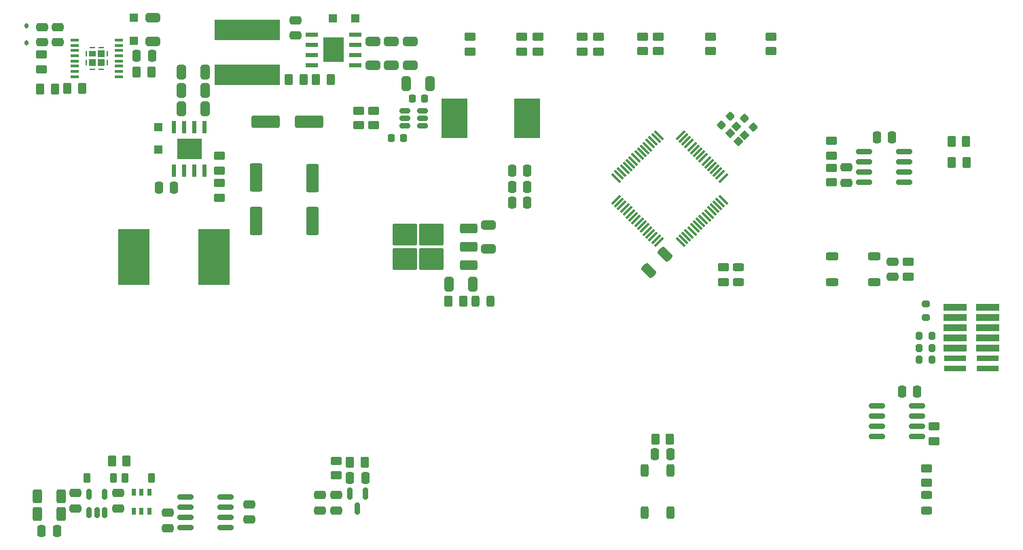
<source format=gtp>
G04 #@! TF.GenerationSoftware,KiCad,Pcbnew,8.0.7*
G04 #@! TF.CreationDate,2025-01-22T18:34:56+01:00*
G04 #@! TF.ProjectId,STM32_GateSignalGenerator,53544d33-325f-4476-9174-655369676e61,rev?*
G04 #@! TF.SameCoordinates,Original*
G04 #@! TF.FileFunction,Paste,Top*
G04 #@! TF.FilePolarity,Positive*
%FSLAX46Y46*%
G04 Gerber Fmt 4.6, Leading zero omitted, Abs format (unit mm)*
G04 Created by KiCad (PCBNEW 8.0.7) date 2025-01-22 18:34:56*
%MOMM*%
%LPD*%
G01*
G04 APERTURE LIST*
G04 Aperture macros list*
%AMRoundRect*
0 Rectangle with rounded corners*
0 $1 Rounding radius*
0 $2 $3 $4 $5 $6 $7 $8 $9 X,Y pos of 4 corners*
0 Add a 4 corners polygon primitive as box body*
4,1,4,$2,$3,$4,$5,$6,$7,$8,$9,$2,$3,0*
0 Add four circle primitives for the rounded corners*
1,1,$1+$1,$2,$3*
1,1,$1+$1,$4,$5*
1,1,$1+$1,$6,$7*
1,1,$1+$1,$8,$9*
0 Add four rect primitives between the rounded corners*
20,1,$1+$1,$2,$3,$4,$5,0*
20,1,$1+$1,$4,$5,$6,$7,0*
20,1,$1+$1,$6,$7,$8,$9,0*
20,1,$1+$1,$8,$9,$2,$3,0*%
G04 Aperture macros list end*
%ADD10C,0.010000*%
%ADD11RoundRect,0.112500X-0.112500X0.187500X-0.112500X-0.187500X0.112500X-0.187500X0.112500X0.187500X0*%
%ADD12RoundRect,0.250000X0.250000X0.475000X-0.250000X0.475000X-0.250000X-0.475000X0.250000X-0.475000X0*%
%ADD13RoundRect,0.102000X-0.492146X0.035355X0.035355X-0.492146X0.492146X-0.035355X-0.035355X0.492146X0*%
%ADD14RoundRect,0.225000X-0.225000X-0.375000X0.225000X-0.375000X0.225000X0.375000X-0.225000X0.375000X0*%
%ADD15RoundRect,0.250000X0.325000X0.650000X-0.325000X0.650000X-0.325000X-0.650000X0.325000X-0.650000X0*%
%ADD16RoundRect,0.250000X0.262500X0.450000X-0.262500X0.450000X-0.262500X-0.450000X0.262500X-0.450000X0*%
%ADD17R,8.200000X2.600000*%
%ADD18RoundRect,0.250000X0.229810X-0.689429X0.689429X-0.229810X-0.229810X0.689429X-0.689429X0.229810X0*%
%ADD19RoundRect,0.150000X-0.825000X-0.150000X0.825000X-0.150000X0.825000X0.150000X-0.825000X0.150000X0*%
%ADD20RoundRect,0.250000X-0.450000X0.262500X-0.450000X-0.262500X0.450000X-0.262500X0.450000X0.262500X0*%
%ADD21RoundRect,0.225000X-0.335876X-0.017678X-0.017678X-0.335876X0.335876X0.017678X0.017678X0.335876X0*%
%ADD22RoundRect,0.250000X0.450000X-0.262500X0.450000X0.262500X-0.450000X0.262500X-0.450000X-0.262500X0*%
%ADD23RoundRect,0.250000X0.312500X0.625000X-0.312500X0.625000X-0.312500X-0.625000X0.312500X-0.625000X0*%
%ADD24RoundRect,0.250000X-0.525000X-0.250000X0.525000X-0.250000X0.525000X0.250000X-0.525000X0.250000X0*%
%ADD25RoundRect,0.200000X-0.200000X-0.275000X0.200000X-0.275000X0.200000X0.275000X-0.200000X0.275000X0*%
%ADD26RoundRect,0.250000X-0.475000X0.250000X-0.475000X-0.250000X0.475000X-0.250000X0.475000X0.250000X0*%
%ADD27R,1.550000X0.600000*%
%ADD28R,2.600000X3.100000*%
%ADD29RoundRect,0.250000X-0.262500X-0.450000X0.262500X-0.450000X0.262500X0.450000X-0.262500X0.450000X0*%
%ADD30RoundRect,0.250000X0.550000X-1.500000X0.550000X1.500000X-0.550000X1.500000X-0.550000X-1.500000X0*%
%ADD31RoundRect,0.225000X0.225000X0.375000X-0.225000X0.375000X-0.225000X-0.375000X0.225000X-0.375000X0*%
%ADD32RoundRect,0.250000X-0.325000X-0.650000X0.325000X-0.650000X0.325000X0.650000X-0.325000X0.650000X0*%
%ADD33RoundRect,0.250000X0.475000X-0.250000X0.475000X0.250000X-0.475000X0.250000X-0.475000X-0.250000X0*%
%ADD34RoundRect,0.250000X0.650000X-0.325000X0.650000X0.325000X-0.650000X0.325000X-0.650000X-0.325000X0*%
%ADD35RoundRect,0.225000X-0.017678X0.335876X-0.335876X0.017678X0.017678X-0.335876X0.335876X-0.017678X0*%
%ADD36RoundRect,0.150000X0.150000X-0.512500X0.150000X0.512500X-0.150000X0.512500X-0.150000X-0.512500X0*%
%ADD37RoundRect,0.200000X-0.275000X0.200000X-0.275000X-0.200000X0.275000X-0.200000X0.275000X0.200000X0*%
%ADD38R,4.000000X7.000000*%
%ADD39RoundRect,0.150000X-0.150000X0.587500X-0.150000X-0.587500X0.150000X-0.587500X0.150000X0.587500X0*%
%ADD40RoundRect,0.250000X0.250000X-0.525000X0.250000X0.525000X-0.250000X0.525000X-0.250000X-0.525000X0*%
%ADD41RoundRect,0.250000X-0.300000X0.300000X-0.300000X-0.300000X0.300000X-0.300000X0.300000X0.300000X0*%
%ADD42RoundRect,0.250000X-1.500000X-0.550000X1.500000X-0.550000X1.500000X0.550000X-1.500000X0.550000X0*%
%ADD43RoundRect,0.075000X0.441942X0.548008X-0.548008X-0.441942X-0.441942X-0.548008X0.548008X0.441942X0*%
%ADD44RoundRect,0.075000X-0.441942X0.548008X-0.548008X0.441942X0.441942X-0.548008X0.548008X-0.441942X0*%
%ADD45RoundRect,0.250000X-0.250000X-0.475000X0.250000X-0.475000X0.250000X0.475000X-0.250000X0.475000X0*%
%ADD46RoundRect,0.243750X0.456250X-0.243750X0.456250X0.243750X-0.456250X0.243750X-0.456250X-0.243750X0*%
%ADD47RoundRect,0.243750X-0.456250X0.243750X-0.456250X-0.243750X0.456250X-0.243750X0.456250X0.243750X0*%
%ADD48RoundRect,0.250000X0.300000X-0.300000X0.300000X0.300000X-0.300000X0.300000X-0.300000X-0.300000X0*%
%ADD49R,3.175000X4.950000*%
%ADD50RoundRect,0.055000X-0.220000X-0.345000X0.220000X-0.345000X0.220000X0.345000X-0.220000X0.345000X0*%
%ADD51R,0.250000X0.800000*%
%ADD52R,0.800000X0.250000*%
%ADD53R,0.850000X0.800000*%
%ADD54R,0.850000X0.850000*%
%ADD55R,1.050000X0.450000*%
%ADD56R,2.790000X0.740000*%
%ADD57RoundRect,0.250000X0.300000X0.300000X-0.300000X0.300000X-0.300000X-0.300000X0.300000X-0.300000X0*%
%ADD58RoundRect,0.225000X0.225000X0.250000X-0.225000X0.250000X-0.225000X-0.250000X0.225000X-0.250000X0*%
%ADD59RoundRect,0.150000X0.512500X0.150000X-0.512500X0.150000X-0.512500X-0.150000X0.512500X-0.150000X0*%
%ADD60R,0.600000X1.550000*%
%ADD61R,3.100000X2.600000*%
%ADD62RoundRect,0.225000X-0.225000X-0.250000X0.225000X-0.250000X0.225000X0.250000X-0.225000X0.250000X0*%
%ADD63RoundRect,0.250000X0.850000X0.350000X-0.850000X0.350000X-0.850000X-0.350000X0.850000X-0.350000X0*%
%ADD64RoundRect,0.250000X1.275000X1.125000X-1.275000X1.125000X-1.275000X-1.125000X1.275000X-1.125000X0*%
%ADD65RoundRect,0.243750X0.243750X0.456250X-0.243750X0.456250X-0.243750X-0.456250X0.243750X-0.456250X0*%
G04 APERTURE END LIST*
D10*
X208485500Y-117597500D02*
X205695500Y-117597500D01*
X205695500Y-116857500D01*
X208485500Y-116857500D01*
X208485500Y-117597500D01*
G36*
X208485500Y-117597500D02*
G01*
X205695500Y-117597500D01*
X205695500Y-116857500D01*
X208485500Y-116857500D01*
X208485500Y-117597500D01*
G37*
X208485500Y-118867500D02*
X205695500Y-118867500D01*
X205695500Y-118127500D01*
X208485500Y-118127500D01*
X208485500Y-118867500D01*
G36*
X208485500Y-118867500D02*
G01*
X205695500Y-118867500D01*
X205695500Y-118127500D01*
X208485500Y-118127500D01*
X208485500Y-118867500D01*
G37*
X208485500Y-120137500D02*
X205695500Y-120137500D01*
X205695500Y-119397500D01*
X208485500Y-119397500D01*
X208485500Y-120137500D01*
G36*
X208485500Y-120137500D02*
G01*
X205695500Y-120137500D01*
X205695500Y-119397500D01*
X208485500Y-119397500D01*
X208485500Y-120137500D01*
G37*
X208485500Y-121407500D02*
X205695500Y-121407500D01*
X205695500Y-120667500D01*
X208485500Y-120667500D01*
X208485500Y-121407500D01*
G36*
X208485500Y-121407500D02*
G01*
X205695500Y-121407500D01*
X205695500Y-120667500D01*
X208485500Y-120667500D01*
X208485500Y-121407500D01*
G37*
X208485500Y-122677500D02*
X205695500Y-122677500D01*
X205695500Y-121937500D01*
X208485500Y-121937500D01*
X208485500Y-122677500D01*
G36*
X208485500Y-122677500D02*
G01*
X205695500Y-122677500D01*
X205695500Y-121937500D01*
X208485500Y-121937500D01*
X208485500Y-122677500D01*
G37*
X212549500Y-117597500D02*
X209759500Y-117597500D01*
X209759500Y-116857500D01*
X212549500Y-116857500D01*
X212549500Y-117597500D01*
G36*
X212549500Y-117597500D02*
G01*
X209759500Y-117597500D01*
X209759500Y-116857500D01*
X212549500Y-116857500D01*
X212549500Y-117597500D01*
G37*
X212549500Y-118867500D02*
X209759500Y-118867500D01*
X209759500Y-118127500D01*
X212549500Y-118127500D01*
X212549500Y-118867500D01*
G36*
X212549500Y-118867500D02*
G01*
X209759500Y-118867500D01*
X209759500Y-118127500D01*
X212549500Y-118127500D01*
X212549500Y-118867500D01*
G37*
X212549500Y-120137500D02*
X209759500Y-120137500D01*
X209759500Y-119397500D01*
X212549500Y-119397500D01*
X212549500Y-120137500D01*
G36*
X212549500Y-120137500D02*
G01*
X209759500Y-120137500D01*
X209759500Y-119397500D01*
X212549500Y-119397500D01*
X212549500Y-120137500D01*
G37*
X212549500Y-121407500D02*
X209759500Y-121407500D01*
X209759500Y-120667500D01*
X212549500Y-120667500D01*
X212549500Y-121407500D01*
G36*
X212549500Y-121407500D02*
G01*
X209759500Y-121407500D01*
X209759500Y-120667500D01*
X212549500Y-120667500D01*
X212549500Y-121407500D01*
G37*
X212549500Y-122677500D02*
X209759500Y-122677500D01*
X209759500Y-121937500D01*
X212549500Y-121937500D01*
X212549500Y-122677500D01*
G36*
X212549500Y-122677500D02*
G01*
X209759500Y-122677500D01*
X209759500Y-121937500D01*
X212549500Y-121937500D01*
X212549500Y-122677500D01*
G37*
D11*
X91345000Y-82202500D03*
X91345000Y-84302500D03*
D12*
X202395000Y-127780000D03*
X200495000Y-127780000D03*
D13*
X179079651Y-95585532D03*
X180104956Y-96610837D03*
X180918129Y-95797664D03*
X179892824Y-94772359D03*
D14*
X98940351Y-138507500D03*
X102240351Y-138507500D03*
D15*
X147008064Y-114362500D03*
X144058064Y-114362500D03*
D16*
X208512500Y-96632500D03*
X206687500Y-96632500D03*
D17*
X118943064Y-82702500D03*
X118943064Y-88302500D03*
D18*
X168917017Y-112707983D03*
X171002983Y-110622017D03*
D19*
X195817500Y-97867500D03*
X195817500Y-99137500D03*
X195817500Y-100407500D03*
X195817500Y-101677500D03*
X200767500Y-101677500D03*
X200767500Y-100407500D03*
X200767500Y-99137500D03*
X200767500Y-97867500D03*
D20*
X93288627Y-85771956D03*
X93288627Y-87596956D03*
D21*
X180900451Y-93715234D03*
X181996467Y-94811250D03*
D22*
X201245000Y-113442500D03*
X201245000Y-111617500D03*
D23*
X95687851Y-140777500D03*
X92762851Y-140777500D03*
D24*
X191830000Y-110890000D03*
X197080000Y-110890000D03*
X191830000Y-114090000D03*
X197080000Y-114090000D03*
D25*
X202602500Y-120847500D03*
X204252500Y-120847500D03*
D26*
X119117851Y-141777500D03*
X119117851Y-143677500D03*
D20*
X191682500Y-99880000D03*
X191682500Y-101705000D03*
D27*
X126985564Y-83290000D03*
X126985564Y-84560000D03*
X126985564Y-85830000D03*
X126985564Y-87100000D03*
X132385564Y-87100000D03*
X132385564Y-85830000D03*
X132385564Y-84560000D03*
X132385564Y-83290000D03*
D28*
X129685564Y-85195000D03*
D20*
X203530000Y-137315000D03*
X203530000Y-139140000D03*
D29*
X206720000Y-99192500D03*
X208545000Y-99192500D03*
D30*
X119960564Y-106510000D03*
X119960564Y-101110000D03*
D31*
X106937851Y-138507500D03*
X103637851Y-138507500D03*
D32*
X110668064Y-90252500D03*
X113618064Y-90252500D03*
D20*
X204535000Y-132097500D03*
X204535000Y-133922500D03*
X178255000Y-112277500D03*
X178255000Y-114102500D03*
D33*
X199315000Y-113469999D03*
X199315000Y-111570001D03*
D34*
X134583064Y-87117500D03*
X134583064Y-84167500D03*
D35*
X179090258Y-93439462D03*
X177994242Y-94535478D03*
D36*
X99215351Y-142845000D03*
X100165351Y-142845000D03*
X101115351Y-142845000D03*
X101115351Y-140570000D03*
X99215351Y-140570000D03*
D19*
X197400000Y-129555000D03*
X197400000Y-130825000D03*
X197400000Y-132095000D03*
X197400000Y-133365000D03*
X202350000Y-133365000D03*
X202350000Y-132095000D03*
X202350000Y-130825000D03*
X202350000Y-129555000D03*
D15*
X141685564Y-89422500D03*
X138735564Y-89422500D03*
D12*
X153810564Y-100272500D03*
X151910564Y-100272500D03*
D32*
X110668064Y-87952500D03*
X113618064Y-87952500D03*
D37*
X203522500Y-116842500D03*
X203522500Y-118492500D03*
D38*
X104760564Y-111010000D03*
X114760564Y-111010000D03*
D33*
X93308627Y-84254456D03*
X93308627Y-82354456D03*
D12*
X153810564Y-104192500D03*
X151910564Y-104192500D03*
D25*
X202602500Y-122307500D03*
X204252500Y-122307500D03*
D33*
X95265000Y-84242500D03*
X95265000Y-82342500D03*
D22*
X153142500Y-85410000D03*
X153142500Y-83585000D03*
D12*
X171620000Y-135585000D03*
X169720000Y-135585000D03*
D39*
X133592500Y-140440000D03*
X131692500Y-140440000D03*
X132642500Y-142315000D03*
D34*
X139183064Y-87117500D03*
X139183064Y-84167500D03*
D40*
X168440000Y-142840000D03*
X168440000Y-137590000D03*
X171640000Y-142840000D03*
X171640000Y-137590000D03*
D22*
X168142500Y-85352500D03*
X168142500Y-83527500D03*
D29*
X105138627Y-87946956D03*
X106963627Y-87946956D03*
D22*
X160642500Y-85410000D03*
X160642500Y-83585000D03*
D41*
X107793064Y-94852500D03*
X107793064Y-97652500D03*
D22*
X146642500Y-85410000D03*
X146642500Y-83585000D03*
D12*
X133592500Y-138477500D03*
X131692500Y-138477500D03*
D42*
X121193064Y-94152500D03*
X126593064Y-94152500D03*
D29*
X127455564Y-88902500D03*
X129280564Y-88902500D03*
X93116127Y-90044456D03*
X94941127Y-90044456D03*
X131710000Y-136547500D03*
X133535000Y-136547500D03*
D43*
X178216981Y-101136319D03*
X177863428Y-100782766D03*
X177509875Y-100429213D03*
X177156321Y-100075659D03*
X176802768Y-99722106D03*
X176449214Y-99368552D03*
X176095661Y-99014999D03*
X175742108Y-98661446D03*
X175388554Y-98307892D03*
X175035001Y-97954339D03*
X174681448Y-97600786D03*
X174327894Y-97247232D03*
X173974341Y-96893679D03*
X173620787Y-96540125D03*
X173267234Y-96186572D03*
X172913681Y-95833019D03*
D44*
X170191319Y-95833019D03*
X169837766Y-96186572D03*
X169484213Y-96540125D03*
X169130659Y-96893679D03*
X168777106Y-97247232D03*
X168423552Y-97600786D03*
X168069999Y-97954339D03*
X167716446Y-98307892D03*
X167362892Y-98661446D03*
X167009339Y-99014999D03*
X166655786Y-99368552D03*
X166302232Y-99722106D03*
X165948679Y-100075659D03*
X165595125Y-100429213D03*
X165241572Y-100782766D03*
X164888019Y-101136319D03*
D43*
X164888019Y-103858681D03*
X165241572Y-104212234D03*
X165595125Y-104565787D03*
X165948679Y-104919341D03*
X166302232Y-105272894D03*
X166655786Y-105626448D03*
X167009339Y-105980001D03*
X167362892Y-106333554D03*
X167716446Y-106687108D03*
X168069999Y-107040661D03*
X168423552Y-107394214D03*
X168777106Y-107747768D03*
X169130659Y-108101321D03*
X169484213Y-108454875D03*
X169837766Y-108808428D03*
X170191319Y-109161981D03*
D44*
X172913681Y-109161981D03*
X173267234Y-108808428D03*
X173620787Y-108454875D03*
X173974341Y-108101321D03*
X174327894Y-107747768D03*
X174681448Y-107394214D03*
X175035001Y-107040661D03*
X175388554Y-106687108D03*
X175742108Y-106333554D03*
X176095661Y-105980001D03*
X176449214Y-105626448D03*
X176802768Y-105272894D03*
X177156321Y-104919341D03*
X177509875Y-104565787D03*
X177863428Y-104212234D03*
X178216981Y-103858681D03*
D45*
X107875564Y-102320000D03*
X109775564Y-102320000D03*
D29*
X143998064Y-116462500D03*
X145823064Y-116462500D03*
D46*
X203530000Y-142535000D03*
X203530000Y-140660000D03*
D47*
X180155000Y-112252499D03*
X180155000Y-114127501D03*
D48*
X104798627Y-84031956D03*
X104798627Y-81231956D03*
D22*
X115390000Y-100217500D03*
X115390000Y-98392500D03*
X155142500Y-85410000D03*
X155142500Y-83585000D03*
D49*
X144753064Y-93712500D03*
X153768064Y-93712500D03*
D33*
X109025351Y-144742500D03*
X109025351Y-142842500D03*
X102847851Y-142307500D03*
X102847851Y-140407500D03*
D26*
X129962500Y-140645000D03*
X129962500Y-142545000D03*
D12*
X153810564Y-102232500D03*
X151910564Y-102232500D03*
D32*
X110668064Y-92552500D03*
X113618064Y-92552500D03*
D34*
X107151127Y-84121956D03*
X107151127Y-81171956D03*
D16*
X171585000Y-133645000D03*
X169760000Y-133645000D03*
D25*
X202602500Y-123767500D03*
X204252500Y-123767500D03*
D20*
X191682500Y-96517500D03*
X191682500Y-98342500D03*
D34*
X136883064Y-87117500D03*
X136883064Y-84167500D03*
D45*
X197352500Y-96082500D03*
X199252500Y-96082500D03*
D22*
X184152500Y-85360000D03*
X184152500Y-83535000D03*
X132783064Y-94602500D03*
X132783064Y-92777500D03*
D16*
X103860351Y-136407500D03*
X102035351Y-136407500D03*
D50*
X104777851Y-142657500D03*
X105727851Y-142657500D03*
X106677851Y-142657500D03*
X106677851Y-140257500D03*
X105727851Y-140257500D03*
X104777851Y-140257500D03*
D20*
X134683064Y-92777500D03*
X134683064Y-94602500D03*
D51*
X98827500Y-85717500D03*
X98827500Y-86817500D03*
D52*
X99602500Y-84942500D03*
D53*
X99602500Y-85717500D03*
D54*
X99602500Y-86817500D03*
D52*
X99602500Y-87592500D03*
X100702500Y-84942500D03*
D54*
X100702500Y-85717500D03*
X100702500Y-86817500D03*
D52*
X100702500Y-87592500D03*
D51*
X101477500Y-85717500D03*
X101477500Y-86817500D03*
D55*
X97377500Y-83992500D03*
X97377500Y-84642500D03*
X97377500Y-85292500D03*
X97377500Y-85942500D03*
X97377500Y-86592500D03*
X97377500Y-87242500D03*
X97377500Y-87892500D03*
X97377500Y-88542500D03*
X102927500Y-88542500D03*
X102927500Y-87892500D03*
X102927500Y-87242500D03*
X102927500Y-86592500D03*
X102927500Y-85942500D03*
X102927500Y-85292500D03*
X102927500Y-84642500D03*
X102927500Y-83992500D03*
D34*
X148983064Y-109987500D03*
X148983064Y-107037500D03*
D56*
X211157500Y-124847500D03*
X207087500Y-124847500D03*
X211157500Y-123577500D03*
X207087500Y-123577500D03*
X211157500Y-122307500D03*
X207087500Y-122307500D03*
X211157500Y-121037500D03*
X207087500Y-121037500D03*
X211157500Y-119767500D03*
X207087500Y-119767500D03*
X211157500Y-118497500D03*
X207087500Y-118497500D03*
X211157500Y-117227500D03*
X207087500Y-117227500D03*
D45*
X93265351Y-145127500D03*
X95165351Y-145127500D03*
D26*
X127962500Y-140645000D03*
X127962500Y-142545000D03*
D57*
X132367899Y-81280427D03*
X129567899Y-81280427D03*
D22*
X170142500Y-85352500D03*
X170142500Y-83527500D03*
D58*
X140990564Y-91302500D03*
X139440564Y-91302500D03*
D29*
X124080564Y-88895000D03*
X125905564Y-88895000D03*
D59*
X140780564Y-94682500D03*
X140780564Y-93732500D03*
X140780564Y-92782500D03*
X138505564Y-92782500D03*
X138505564Y-93732500D03*
X138505564Y-94682500D03*
D22*
X115390000Y-103600000D03*
X115390000Y-101775000D03*
D33*
X97477851Y-142307500D03*
X97477851Y-140407500D03*
D30*
X127060564Y-106535000D03*
X127060564Y-101135000D03*
D26*
X124943064Y-81502500D03*
X124943064Y-83402500D03*
D45*
X105126127Y-85971956D03*
X107026127Y-85971956D03*
D26*
X193612500Y-99822500D03*
X193612500Y-101722500D03*
D60*
X109788064Y-100252500D03*
X111058064Y-100252500D03*
X112328064Y-100252500D03*
X113598064Y-100252500D03*
X113598064Y-94852500D03*
X112328064Y-94852500D03*
X111058064Y-94852500D03*
X109788064Y-94852500D03*
D61*
X111693064Y-97552500D03*
D22*
X129992500Y-138187500D03*
X129992500Y-136362500D03*
D29*
X96476127Y-90034456D03*
X98301127Y-90034456D03*
D22*
X176662500Y-85360000D03*
X176662500Y-83535000D03*
D23*
X95687851Y-143027500D03*
X92762851Y-143027500D03*
D22*
X162642500Y-85410000D03*
X162642500Y-83585000D03*
D19*
X111222851Y-140887500D03*
X111222851Y-142157500D03*
X111222851Y-143427500D03*
X111222851Y-144697500D03*
X116172851Y-144697500D03*
X116172851Y-143427500D03*
X116172851Y-142157500D03*
X116172851Y-140887500D03*
D62*
X136855564Y-96162500D03*
X138405564Y-96162500D03*
D63*
X146483064Y-111992500D03*
X146483064Y-109712500D03*
D64*
X141858064Y-111237500D03*
X141858064Y-108187500D03*
X138508064Y-111237500D03*
X138508064Y-108187500D03*
D63*
X146483064Y-107432500D03*
D65*
X149208064Y-116462500D03*
X147333064Y-116462500D03*
M02*

</source>
